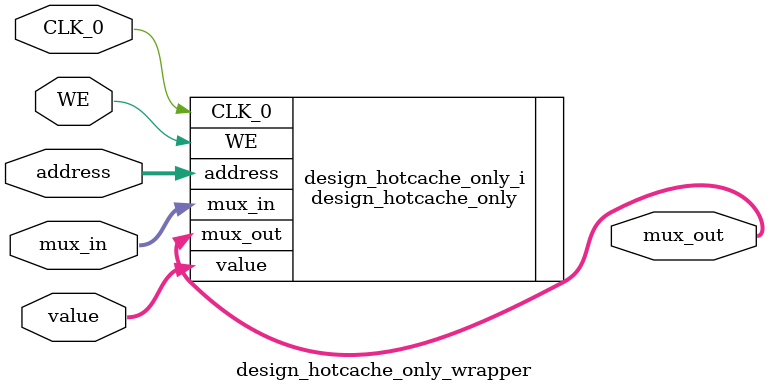
<source format=v>
`timescale 1 ps / 1 ps

module design_hotcache_only_wrapper
   (CLK_0,
    WE,
    address,
    mux_in,
    mux_out,
    value);
  input CLK_0;
  input WE;
  input [0:11]address;
  input [0:3]mux_in;
  output [0:3]mux_out;
  inout [0:7]value;

  wire CLK_0;
  wire WE;
  wire [0:11]address;
  wire [0:3]mux_in;
  wire [0:3]mux_out;
  wire [0:7]value;

  design_hotcache_only design_hotcache_only_i
       (.CLK_0(CLK_0),
        .WE(WE),
        .address(address),
        .mux_in(mux_in),
        .mux_out(mux_out),
        .value(value));
endmodule

</source>
